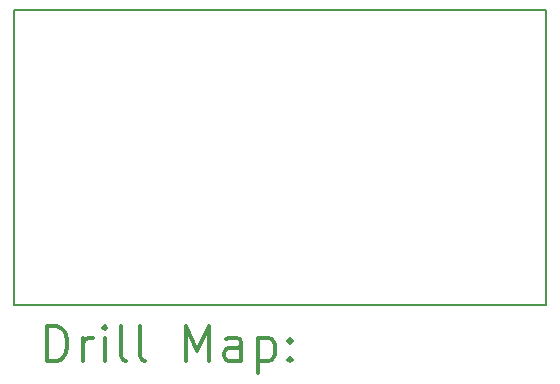
<source format=gbr>
%FSLAX45Y45*%
G04 Gerber Fmt 4.5, Leading zero omitted, Abs format (unit mm)*
G04 Created by KiCad (PCBNEW (5.1.6-0-10_14)) date 2021-08-08 15:58:09*
%MOMM*%
%LPD*%
G01*
G04 APERTURE LIST*
%TA.AperFunction,Profile*%
%ADD10C,0.150000*%
%TD*%
%ADD11C,0.200000*%
%ADD12C,0.300000*%
G04 APERTURE END LIST*
D10*
X0Y0D02*
X0Y2500000D01*
X4500000Y0D02*
X0Y0D01*
X4500000Y2500000D02*
X4500000Y0D01*
X0Y2500000D02*
X4500000Y2500000D01*
D11*
D12*
X278928Y-473214D02*
X278928Y-173214D01*
X350357Y-173214D01*
X393214Y-187500D01*
X421786Y-216071D01*
X436071Y-244643D01*
X450357Y-301786D01*
X450357Y-344643D01*
X436071Y-401786D01*
X421786Y-430357D01*
X393214Y-458929D01*
X350357Y-473214D01*
X278928Y-473214D01*
X578928Y-473214D02*
X578928Y-273214D01*
X578928Y-330357D02*
X593214Y-301786D01*
X607500Y-287500D01*
X636071Y-273214D01*
X664643Y-273214D01*
X764643Y-473214D02*
X764643Y-273214D01*
X764643Y-173214D02*
X750357Y-187500D01*
X764643Y-201786D01*
X778928Y-187500D01*
X764643Y-173214D01*
X764643Y-201786D01*
X950357Y-473214D02*
X921786Y-458929D01*
X907500Y-430357D01*
X907500Y-173214D01*
X1107500Y-473214D02*
X1078928Y-458929D01*
X1064643Y-430357D01*
X1064643Y-173214D01*
X1450357Y-473214D02*
X1450357Y-173214D01*
X1550357Y-387500D01*
X1650357Y-173214D01*
X1650357Y-473214D01*
X1921786Y-473214D02*
X1921786Y-316072D01*
X1907500Y-287500D01*
X1878928Y-273214D01*
X1821786Y-273214D01*
X1793214Y-287500D01*
X1921786Y-458929D02*
X1893214Y-473214D01*
X1821786Y-473214D01*
X1793214Y-458929D01*
X1778928Y-430357D01*
X1778928Y-401786D01*
X1793214Y-373214D01*
X1821786Y-358929D01*
X1893214Y-358929D01*
X1921786Y-344643D01*
X2064643Y-273214D02*
X2064643Y-573214D01*
X2064643Y-287500D02*
X2093214Y-273214D01*
X2150357Y-273214D01*
X2178928Y-287500D01*
X2193214Y-301786D01*
X2207500Y-330357D01*
X2207500Y-416071D01*
X2193214Y-444643D01*
X2178928Y-458929D01*
X2150357Y-473214D01*
X2093214Y-473214D01*
X2064643Y-458929D01*
X2336071Y-444643D02*
X2350357Y-458929D01*
X2336071Y-473214D01*
X2321786Y-458929D01*
X2336071Y-444643D01*
X2336071Y-473214D01*
X2336071Y-287500D02*
X2350357Y-301786D01*
X2336071Y-316072D01*
X2321786Y-301786D01*
X2336071Y-287500D01*
X2336071Y-316072D01*
M02*

</source>
